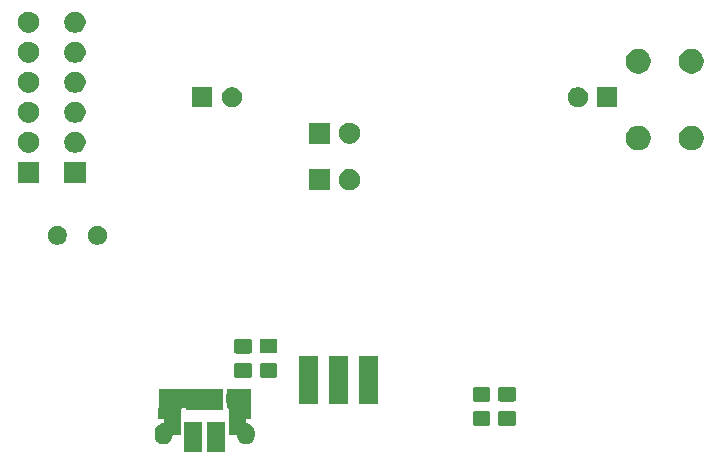
<source format=gts>
G04 #@! TF.GenerationSoftware,KiCad,Pcbnew,(5.1.5)-3*
G04 #@! TF.CreationDate,2020-08-17T10:15:17+02:00*
G04 #@! TF.ProjectId,Power_module_v1,506f7765-725f-46d6-9f64-756c655f7631,rev?*
G04 #@! TF.SameCoordinates,Original*
G04 #@! TF.FileFunction,Soldermask,Top*
G04 #@! TF.FilePolarity,Negative*
%FSLAX46Y46*%
G04 Gerber Fmt 4.6, Leading zero omitted, Abs format (unit mm)*
G04 Created by KiCad (PCBNEW (5.1.5)-3) date 2020-08-17 10:15:17*
%MOMM*%
%LPD*%
G04 APERTURE LIST*
%ADD10C,0.100000*%
G04 APERTURE END LIST*
D10*
G36*
X112914900Y-108047740D02*
G01*
X111382900Y-108047740D01*
X111382900Y-105445740D01*
X112914900Y-105445740D01*
X112914900Y-108047740D01*
G37*
G36*
X110994900Y-108047740D02*
G01*
X109462900Y-108047740D01*
X109462900Y-105445740D01*
X110994900Y-105445740D01*
X110994900Y-108047740D01*
G37*
G36*
X108886717Y-102684436D02*
G01*
X108906234Y-102690357D01*
X108930267Y-102695138D01*
X108942520Y-102695740D01*
X109440659Y-102695740D01*
X109445453Y-102699674D01*
X109467064Y-102711225D01*
X109490513Y-102718338D01*
X109514899Y-102720740D01*
X112739900Y-102720740D01*
X112739900Y-104472740D01*
X109637900Y-104472740D01*
X109637900Y-104422739D01*
X109635498Y-104398353D01*
X109628385Y-104374904D01*
X109616834Y-104353293D01*
X109601289Y-104334351D01*
X109582347Y-104318806D01*
X109560736Y-104307255D01*
X109537287Y-104300142D01*
X109512901Y-104297740D01*
X109327399Y-104297740D01*
X109303013Y-104300142D01*
X109279564Y-104307255D01*
X109257953Y-104318806D01*
X109239011Y-104334351D01*
X109223466Y-104353293D01*
X109211915Y-104374904D01*
X109204802Y-104398353D01*
X109202400Y-104422739D01*
X109202400Y-105259965D01*
X109194415Y-105274904D01*
X109187302Y-105298353D01*
X109184900Y-105322739D01*
X109184900Y-106597740D01*
X108537023Y-106597740D01*
X108512637Y-106600142D01*
X108489188Y-106607255D01*
X108467577Y-106618806D01*
X108448635Y-106634351D01*
X108433090Y-106653293D01*
X108421539Y-106674904D01*
X108412626Y-106710487D01*
X108404395Y-106794060D01*
X108373683Y-106895304D01*
X108362880Y-106930916D01*
X108295468Y-107057034D01*
X108204743Y-107167583D01*
X108094194Y-107258308D01*
X107968075Y-107325720D01*
X107968072Y-107325721D01*
X107831221Y-107367235D01*
X107688900Y-107381252D01*
X107546580Y-107367235D01*
X107409729Y-107325721D01*
X107409726Y-107325720D01*
X107283607Y-107258308D01*
X107173058Y-107167583D01*
X107082332Y-107057034D01*
X107014920Y-106930915D01*
X107014919Y-106930912D01*
X106973405Y-106794061D01*
X106962900Y-106687399D01*
X106962900Y-106266082D01*
X106973405Y-106159420D01*
X107014919Y-106022569D01*
X107014920Y-106022566D01*
X107082332Y-105896447D01*
X107173058Y-105785897D01*
X107283606Y-105695172D01*
X107409725Y-105627760D01*
X107409728Y-105627759D01*
X107546579Y-105586245D01*
X107620155Y-105578999D01*
X107644186Y-105574219D01*
X107666825Y-105564841D01*
X107687199Y-105551228D01*
X107704526Y-105533901D01*
X107718140Y-105513526D01*
X107727518Y-105490887D01*
X107732298Y-105466854D01*
X107732900Y-105454602D01*
X107732900Y-105322739D01*
X107730498Y-105298353D01*
X107723385Y-105274904D01*
X107711834Y-105253293D01*
X107696289Y-105234351D01*
X107677347Y-105218806D01*
X107655736Y-105207255D01*
X107632287Y-105200142D01*
X107607901Y-105197740D01*
X107275400Y-105197740D01*
X107275400Y-104324161D01*
X107278385Y-104318576D01*
X107285498Y-104295127D01*
X107287900Y-104270741D01*
X107287900Y-102695740D01*
X108595279Y-102695740D01*
X108619665Y-102693338D01*
X108631565Y-102690357D01*
X108651082Y-102684436D01*
X108768900Y-102672833D01*
X108886717Y-102684436D01*
G37*
G36*
X113632307Y-102675138D02*
G01*
X113644559Y-102675740D01*
X115139900Y-102675740D01*
X115139900Y-104270741D01*
X115142302Y-104295127D01*
X115149415Y-104318576D01*
X115152400Y-104324161D01*
X115152400Y-105197740D01*
X114789899Y-105197740D01*
X114765513Y-105200142D01*
X114742064Y-105207255D01*
X114720453Y-105218806D01*
X114701511Y-105234351D01*
X114685966Y-105253293D01*
X114674415Y-105274904D01*
X114667302Y-105298353D01*
X114664900Y-105322739D01*
X114664900Y-105456572D01*
X114667302Y-105480958D01*
X114674415Y-105504407D01*
X114685966Y-105526018D01*
X114701511Y-105544960D01*
X114720453Y-105560505D01*
X114742064Y-105572056D01*
X114765513Y-105579169D01*
X114777640Y-105580968D01*
X114831220Y-105586245D01*
X114968071Y-105627759D01*
X114968074Y-105627760D01*
X115094193Y-105695172D01*
X115094195Y-105695173D01*
X115094194Y-105695173D01*
X115202554Y-105784101D01*
X115204743Y-105785898D01*
X115295468Y-105896446D01*
X115362880Y-106022565D01*
X115362880Y-106022566D01*
X115362881Y-106022568D01*
X115404395Y-106159419D01*
X115414900Y-106266081D01*
X115414900Y-106687398D01*
X115404395Y-106794060D01*
X115373683Y-106895304D01*
X115362880Y-106930916D01*
X115295468Y-107057034D01*
X115204743Y-107167583D01*
X115094194Y-107258308D01*
X114968075Y-107325720D01*
X114968072Y-107325721D01*
X114831221Y-107367235D01*
X114688900Y-107381252D01*
X114546580Y-107367235D01*
X114409729Y-107325721D01*
X114409726Y-107325720D01*
X114283607Y-107258308D01*
X114173058Y-107167583D01*
X114082332Y-107057034D01*
X114014920Y-106930915D01*
X114014919Y-106930912D01*
X113973405Y-106794061D01*
X113965174Y-106710486D01*
X113960394Y-106686454D01*
X113951016Y-106663815D01*
X113937403Y-106643441D01*
X113920076Y-106626113D01*
X113899701Y-106612500D01*
X113877062Y-106603122D01*
X113853029Y-106598342D01*
X113840777Y-106597740D01*
X113212900Y-106597740D01*
X113212900Y-104402739D01*
X113210498Y-104378353D01*
X113203385Y-104354904D01*
X113191834Y-104333293D01*
X113176289Y-104314351D01*
X113157347Y-104298806D01*
X113135736Y-104287255D01*
X113112287Y-104280142D01*
X113087901Y-104277740D01*
X113037900Y-104277740D01*
X113037900Y-103883326D01*
X113035498Y-103858940D01*
X113032517Y-103847040D01*
X113016596Y-103794558D01*
X113007900Y-103706259D01*
X113007900Y-103247222D01*
X113016596Y-103158923D01*
X113032517Y-103106441D01*
X113037298Y-103082408D01*
X113037900Y-103070155D01*
X113037900Y-102675740D01*
X113573241Y-102675740D01*
X113585493Y-102675138D01*
X113608900Y-102672833D01*
X113632307Y-102675138D01*
G37*
G36*
X137367674Y-104552465D02*
G01*
X137405367Y-104563899D01*
X137440103Y-104582466D01*
X137470548Y-104607452D01*
X137495534Y-104637897D01*
X137514101Y-104672633D01*
X137525535Y-104710326D01*
X137530000Y-104755661D01*
X137530000Y-105592339D01*
X137525535Y-105637674D01*
X137514101Y-105675367D01*
X137495534Y-105710103D01*
X137470548Y-105740548D01*
X137440103Y-105765534D01*
X137405367Y-105784101D01*
X137367674Y-105795535D01*
X137322339Y-105800000D01*
X136235661Y-105800000D01*
X136190326Y-105795535D01*
X136152633Y-105784101D01*
X136117897Y-105765534D01*
X136087452Y-105740548D01*
X136062466Y-105710103D01*
X136043899Y-105675367D01*
X136032465Y-105637674D01*
X136028000Y-105592339D01*
X136028000Y-104755661D01*
X136032465Y-104710326D01*
X136043899Y-104672633D01*
X136062466Y-104637897D01*
X136087452Y-104607452D01*
X136117897Y-104582466D01*
X136152633Y-104563899D01*
X136190326Y-104552465D01*
X136235661Y-104548000D01*
X137322339Y-104548000D01*
X137367674Y-104552465D01*
G37*
G36*
X135208674Y-104552465D02*
G01*
X135246367Y-104563899D01*
X135281103Y-104582466D01*
X135311548Y-104607452D01*
X135336534Y-104637897D01*
X135355101Y-104672633D01*
X135366535Y-104710326D01*
X135371000Y-104755661D01*
X135371000Y-105592339D01*
X135366535Y-105637674D01*
X135355101Y-105675367D01*
X135336534Y-105710103D01*
X135311548Y-105740548D01*
X135281103Y-105765534D01*
X135246367Y-105784101D01*
X135208674Y-105795535D01*
X135163339Y-105800000D01*
X134076661Y-105800000D01*
X134031326Y-105795535D01*
X133993633Y-105784101D01*
X133958897Y-105765534D01*
X133928452Y-105740548D01*
X133903466Y-105710103D01*
X133884899Y-105675367D01*
X133873465Y-105637674D01*
X133869000Y-105592339D01*
X133869000Y-104755661D01*
X133873465Y-104710326D01*
X133884899Y-104672633D01*
X133903466Y-104637897D01*
X133928452Y-104607452D01*
X133958897Y-104582466D01*
X133993633Y-104563899D01*
X134031326Y-104552465D01*
X134076661Y-104548000D01*
X135163339Y-104548000D01*
X135208674Y-104552465D01*
G37*
G36*
X125862280Y-103963420D02*
G01*
X124236280Y-103963420D01*
X124236280Y-99861420D01*
X125862280Y-99861420D01*
X125862280Y-103963420D01*
G37*
G36*
X120782280Y-103963420D02*
G01*
X119156280Y-103963420D01*
X119156280Y-99861420D01*
X120782280Y-99861420D01*
X120782280Y-103963420D01*
G37*
G36*
X123322280Y-103963420D02*
G01*
X121696280Y-103963420D01*
X121696280Y-99861420D01*
X123322280Y-99861420D01*
X123322280Y-103963420D01*
G37*
G36*
X135208674Y-102502465D02*
G01*
X135246367Y-102513899D01*
X135281103Y-102532466D01*
X135311548Y-102557452D01*
X135336534Y-102587897D01*
X135355101Y-102622633D01*
X135366535Y-102660326D01*
X135371000Y-102705661D01*
X135371000Y-103542339D01*
X135366535Y-103587674D01*
X135355101Y-103625367D01*
X135336534Y-103660103D01*
X135311548Y-103690548D01*
X135281103Y-103715534D01*
X135246367Y-103734101D01*
X135208674Y-103745535D01*
X135163339Y-103750000D01*
X134076661Y-103750000D01*
X134031326Y-103745535D01*
X133993633Y-103734101D01*
X133958897Y-103715534D01*
X133928452Y-103690548D01*
X133903466Y-103660103D01*
X133884899Y-103625367D01*
X133873465Y-103587674D01*
X133869000Y-103542339D01*
X133869000Y-102705661D01*
X133873465Y-102660326D01*
X133884899Y-102622633D01*
X133903466Y-102587897D01*
X133928452Y-102557452D01*
X133958897Y-102532466D01*
X133993633Y-102513899D01*
X134031326Y-102502465D01*
X134076661Y-102498000D01*
X135163339Y-102498000D01*
X135208674Y-102502465D01*
G37*
G36*
X137367674Y-102502465D02*
G01*
X137405367Y-102513899D01*
X137440103Y-102532466D01*
X137470548Y-102557452D01*
X137495534Y-102587897D01*
X137514101Y-102622633D01*
X137525535Y-102660326D01*
X137530000Y-102705661D01*
X137530000Y-103542339D01*
X137525535Y-103587674D01*
X137514101Y-103625367D01*
X137495534Y-103660103D01*
X137470548Y-103690548D01*
X137440103Y-103715534D01*
X137405367Y-103734101D01*
X137367674Y-103745535D01*
X137322339Y-103750000D01*
X136235661Y-103750000D01*
X136190326Y-103745535D01*
X136152633Y-103734101D01*
X136117897Y-103715534D01*
X136087452Y-103690548D01*
X136062466Y-103660103D01*
X136043899Y-103625367D01*
X136032465Y-103587674D01*
X136028000Y-103542339D01*
X136028000Y-102705661D01*
X136032465Y-102660326D01*
X136043899Y-102622633D01*
X136062466Y-102587897D01*
X136087452Y-102557452D01*
X136117897Y-102532466D01*
X136152633Y-102513899D01*
X136190326Y-102502465D01*
X136235661Y-102498000D01*
X137322339Y-102498000D01*
X137367674Y-102502465D01*
G37*
G36*
X115015674Y-100488465D02*
G01*
X115053367Y-100499899D01*
X115088103Y-100518466D01*
X115118548Y-100543452D01*
X115143534Y-100573897D01*
X115162101Y-100608633D01*
X115173535Y-100646326D01*
X115178000Y-100691661D01*
X115178000Y-101528339D01*
X115173535Y-101573674D01*
X115162101Y-101611367D01*
X115143534Y-101646103D01*
X115118548Y-101676548D01*
X115088103Y-101701534D01*
X115053367Y-101720101D01*
X115015674Y-101731535D01*
X114970339Y-101736000D01*
X113883661Y-101736000D01*
X113838326Y-101731535D01*
X113800633Y-101720101D01*
X113765897Y-101701534D01*
X113735452Y-101676548D01*
X113710466Y-101646103D01*
X113691899Y-101611367D01*
X113680465Y-101573674D01*
X113676000Y-101528339D01*
X113676000Y-100691661D01*
X113680465Y-100646326D01*
X113691899Y-100608633D01*
X113710466Y-100573897D01*
X113735452Y-100543452D01*
X113765897Y-100518466D01*
X113800633Y-100499899D01*
X113838326Y-100488465D01*
X113883661Y-100484000D01*
X114970339Y-100484000D01*
X115015674Y-100488465D01*
G37*
G36*
X117174674Y-100479465D02*
G01*
X117212367Y-100490899D01*
X117247103Y-100509466D01*
X117277548Y-100534452D01*
X117302534Y-100564897D01*
X117321101Y-100599633D01*
X117332535Y-100637326D01*
X117337000Y-100682661D01*
X117337000Y-101519339D01*
X117332535Y-101564674D01*
X117321101Y-101602367D01*
X117302534Y-101637103D01*
X117277548Y-101667548D01*
X117247103Y-101692534D01*
X117212367Y-101711101D01*
X117174674Y-101722535D01*
X117129339Y-101727000D01*
X116042661Y-101727000D01*
X115997326Y-101722535D01*
X115959633Y-101711101D01*
X115924897Y-101692534D01*
X115894452Y-101667548D01*
X115869466Y-101637103D01*
X115850899Y-101602367D01*
X115839465Y-101564674D01*
X115835000Y-101519339D01*
X115835000Y-100682661D01*
X115839465Y-100637326D01*
X115850899Y-100599633D01*
X115869466Y-100564897D01*
X115894452Y-100534452D01*
X115924897Y-100509466D01*
X115959633Y-100490899D01*
X115997326Y-100479465D01*
X116042661Y-100475000D01*
X117129339Y-100475000D01*
X117174674Y-100479465D01*
G37*
G36*
X115015674Y-98438465D02*
G01*
X115053367Y-98449899D01*
X115088103Y-98468466D01*
X115118548Y-98493452D01*
X115143534Y-98523897D01*
X115162101Y-98558633D01*
X115173535Y-98596326D01*
X115178000Y-98641661D01*
X115178000Y-99478339D01*
X115173535Y-99523674D01*
X115162101Y-99561367D01*
X115143534Y-99596103D01*
X115118548Y-99626548D01*
X115088103Y-99651534D01*
X115053367Y-99670101D01*
X115015674Y-99681535D01*
X114970339Y-99686000D01*
X113883661Y-99686000D01*
X113838326Y-99681535D01*
X113800633Y-99670101D01*
X113765897Y-99651534D01*
X113735452Y-99626548D01*
X113710466Y-99596103D01*
X113691899Y-99561367D01*
X113680465Y-99523674D01*
X113676000Y-99478339D01*
X113676000Y-98641661D01*
X113680465Y-98596326D01*
X113691899Y-98558633D01*
X113710466Y-98523897D01*
X113735452Y-98493452D01*
X113765897Y-98468466D01*
X113800633Y-98449899D01*
X113838326Y-98438465D01*
X113883661Y-98434000D01*
X114970339Y-98434000D01*
X115015674Y-98438465D01*
G37*
G36*
X117174674Y-98429465D02*
G01*
X117212367Y-98440899D01*
X117247103Y-98459466D01*
X117277548Y-98484452D01*
X117302534Y-98514897D01*
X117321101Y-98549633D01*
X117332535Y-98587326D01*
X117337000Y-98632661D01*
X117337000Y-99469339D01*
X117332535Y-99514674D01*
X117321101Y-99552367D01*
X117302534Y-99587103D01*
X117277548Y-99617548D01*
X117247103Y-99642534D01*
X117212367Y-99661101D01*
X117174674Y-99672535D01*
X117129339Y-99677000D01*
X116042661Y-99677000D01*
X115997326Y-99672535D01*
X115959633Y-99661101D01*
X115924897Y-99642534D01*
X115894452Y-99617548D01*
X115869466Y-99587103D01*
X115850899Y-99552367D01*
X115839465Y-99514674D01*
X115835000Y-99469339D01*
X115835000Y-98632661D01*
X115839465Y-98587326D01*
X115850899Y-98549633D01*
X115869466Y-98514897D01*
X115894452Y-98484452D01*
X115924897Y-98459466D01*
X115959633Y-98440899D01*
X115997326Y-98429465D01*
X116042661Y-98425000D01*
X117129339Y-98425000D01*
X117174674Y-98429465D01*
G37*
G36*
X98941642Y-88891781D02*
G01*
X99087414Y-88952162D01*
X99087416Y-88952163D01*
X99218608Y-89039822D01*
X99330178Y-89151392D01*
X99417837Y-89282584D01*
X99417838Y-89282586D01*
X99478219Y-89428358D01*
X99509000Y-89583107D01*
X99509000Y-89740893D01*
X99478219Y-89895642D01*
X99417838Y-90041414D01*
X99417837Y-90041416D01*
X99330178Y-90172608D01*
X99218608Y-90284178D01*
X99087416Y-90371837D01*
X99087415Y-90371838D01*
X99087414Y-90371838D01*
X98941642Y-90432219D01*
X98786893Y-90463000D01*
X98629107Y-90463000D01*
X98474358Y-90432219D01*
X98328586Y-90371838D01*
X98328585Y-90371838D01*
X98328584Y-90371837D01*
X98197392Y-90284178D01*
X98085822Y-90172608D01*
X97998163Y-90041416D01*
X97998162Y-90041414D01*
X97937781Y-89895642D01*
X97907000Y-89740893D01*
X97907000Y-89583107D01*
X97937781Y-89428358D01*
X97998162Y-89282586D01*
X97998163Y-89282584D01*
X98085822Y-89151392D01*
X98197392Y-89039822D01*
X98328584Y-88952163D01*
X98328586Y-88952162D01*
X98474358Y-88891781D01*
X98629107Y-88861000D01*
X98786893Y-88861000D01*
X98941642Y-88891781D01*
G37*
G36*
X102341642Y-88891781D02*
G01*
X102487414Y-88952162D01*
X102487416Y-88952163D01*
X102618608Y-89039822D01*
X102730178Y-89151392D01*
X102817837Y-89282584D01*
X102817838Y-89282586D01*
X102878219Y-89428358D01*
X102909000Y-89583107D01*
X102909000Y-89740893D01*
X102878219Y-89895642D01*
X102817838Y-90041414D01*
X102817837Y-90041416D01*
X102730178Y-90172608D01*
X102618608Y-90284178D01*
X102487416Y-90371837D01*
X102487415Y-90371838D01*
X102487414Y-90371838D01*
X102341642Y-90432219D01*
X102186893Y-90463000D01*
X102029107Y-90463000D01*
X101874358Y-90432219D01*
X101728586Y-90371838D01*
X101728585Y-90371838D01*
X101728584Y-90371837D01*
X101597392Y-90284178D01*
X101485822Y-90172608D01*
X101398163Y-90041416D01*
X101398162Y-90041414D01*
X101337781Y-89895642D01*
X101307000Y-89740893D01*
X101307000Y-89583107D01*
X101337781Y-89428358D01*
X101398162Y-89282586D01*
X101398163Y-89282584D01*
X101485822Y-89151392D01*
X101597392Y-89039822D01*
X101728584Y-88952163D01*
X101728586Y-88952162D01*
X101874358Y-88891781D01*
X102029107Y-88861000D01*
X102186893Y-88861000D01*
X102341642Y-88891781D01*
G37*
G36*
X121805000Y-85864000D02*
G01*
X120003000Y-85864000D01*
X120003000Y-84062000D01*
X121805000Y-84062000D01*
X121805000Y-85864000D01*
G37*
G36*
X123557512Y-84066927D02*
G01*
X123706812Y-84096624D01*
X123870784Y-84164544D01*
X124018354Y-84263147D01*
X124143853Y-84388646D01*
X124242456Y-84536216D01*
X124310376Y-84700188D01*
X124345000Y-84874259D01*
X124345000Y-85051741D01*
X124310376Y-85225812D01*
X124242456Y-85389784D01*
X124143853Y-85537354D01*
X124018354Y-85662853D01*
X123870784Y-85761456D01*
X123706812Y-85829376D01*
X123557512Y-85859073D01*
X123532742Y-85864000D01*
X123355258Y-85864000D01*
X123330488Y-85859073D01*
X123181188Y-85829376D01*
X123017216Y-85761456D01*
X122869646Y-85662853D01*
X122744147Y-85537354D01*
X122645544Y-85389784D01*
X122577624Y-85225812D01*
X122543000Y-85051741D01*
X122543000Y-84874259D01*
X122577624Y-84700188D01*
X122645544Y-84536216D01*
X122744147Y-84388646D01*
X122869646Y-84263147D01*
X123017216Y-84164544D01*
X123181188Y-84096624D01*
X123330488Y-84066927D01*
X123355258Y-84062000D01*
X123532742Y-84062000D01*
X123557512Y-84066927D01*
G37*
G36*
X97167000Y-85229000D02*
G01*
X95365000Y-85229000D01*
X95365000Y-83427000D01*
X97167000Y-83427000D01*
X97167000Y-85229000D01*
G37*
G36*
X101104000Y-85229000D02*
G01*
X99302000Y-85229000D01*
X99302000Y-83427000D01*
X101104000Y-83427000D01*
X101104000Y-85229000D01*
G37*
G36*
X100316512Y-80891927D02*
G01*
X100465812Y-80921624D01*
X100629784Y-80989544D01*
X100777354Y-81088147D01*
X100902853Y-81213646D01*
X101001456Y-81361216D01*
X101069376Y-81525188D01*
X101104000Y-81699259D01*
X101104000Y-81876741D01*
X101069376Y-82050812D01*
X101001456Y-82214784D01*
X100902853Y-82362354D01*
X100777354Y-82487853D01*
X100629784Y-82586456D01*
X100465812Y-82654376D01*
X100316512Y-82684073D01*
X100291742Y-82689000D01*
X100114258Y-82689000D01*
X100089488Y-82684073D01*
X99940188Y-82654376D01*
X99776216Y-82586456D01*
X99628646Y-82487853D01*
X99503147Y-82362354D01*
X99404544Y-82214784D01*
X99336624Y-82050812D01*
X99302000Y-81876741D01*
X99302000Y-81699259D01*
X99336624Y-81525188D01*
X99404544Y-81361216D01*
X99503147Y-81213646D01*
X99628646Y-81088147D01*
X99776216Y-80989544D01*
X99940188Y-80921624D01*
X100089488Y-80891927D01*
X100114258Y-80887000D01*
X100291742Y-80887000D01*
X100316512Y-80891927D01*
G37*
G36*
X96379512Y-80891927D02*
G01*
X96528812Y-80921624D01*
X96692784Y-80989544D01*
X96840354Y-81088147D01*
X96965853Y-81213646D01*
X97064456Y-81361216D01*
X97132376Y-81525188D01*
X97167000Y-81699259D01*
X97167000Y-81876741D01*
X97132376Y-82050812D01*
X97064456Y-82214784D01*
X96965853Y-82362354D01*
X96840354Y-82487853D01*
X96692784Y-82586456D01*
X96528812Y-82654376D01*
X96379512Y-82684073D01*
X96354742Y-82689000D01*
X96177258Y-82689000D01*
X96152488Y-82684073D01*
X96003188Y-82654376D01*
X95839216Y-82586456D01*
X95691646Y-82487853D01*
X95566147Y-82362354D01*
X95467544Y-82214784D01*
X95399624Y-82050812D01*
X95365000Y-81876741D01*
X95365000Y-81699259D01*
X95399624Y-81525188D01*
X95467544Y-81361216D01*
X95566147Y-81213646D01*
X95691646Y-81088147D01*
X95839216Y-80989544D01*
X96003188Y-80921624D01*
X96152488Y-80891927D01*
X96177258Y-80887000D01*
X96354742Y-80887000D01*
X96379512Y-80891927D01*
G37*
G36*
X152706564Y-80419389D02*
G01*
X152897833Y-80498615D01*
X152897835Y-80498616D01*
X153069973Y-80613635D01*
X153216365Y-80760027D01*
X153324341Y-80921624D01*
X153331385Y-80932167D01*
X153410611Y-81123436D01*
X153451000Y-81326484D01*
X153451000Y-81533516D01*
X153410611Y-81736564D01*
X153331730Y-81927000D01*
X153331384Y-81927835D01*
X153216365Y-82099973D01*
X153069973Y-82246365D01*
X152897835Y-82361384D01*
X152897834Y-82361385D01*
X152897833Y-82361385D01*
X152706564Y-82440611D01*
X152503516Y-82481000D01*
X152296484Y-82481000D01*
X152093436Y-82440611D01*
X151902167Y-82361385D01*
X151902166Y-82361385D01*
X151902165Y-82361384D01*
X151730027Y-82246365D01*
X151583635Y-82099973D01*
X151468616Y-81927835D01*
X151468270Y-81927000D01*
X151389389Y-81736564D01*
X151349000Y-81533516D01*
X151349000Y-81326484D01*
X151389389Y-81123436D01*
X151468615Y-80932167D01*
X151475660Y-80921624D01*
X151583635Y-80760027D01*
X151730027Y-80613635D01*
X151902165Y-80498616D01*
X151902167Y-80498615D01*
X152093436Y-80419389D01*
X152296484Y-80379000D01*
X152503516Y-80379000D01*
X152706564Y-80419389D01*
G37*
G36*
X148206564Y-80419389D02*
G01*
X148397833Y-80498615D01*
X148397835Y-80498616D01*
X148569973Y-80613635D01*
X148716365Y-80760027D01*
X148824341Y-80921624D01*
X148831385Y-80932167D01*
X148910611Y-81123436D01*
X148951000Y-81326484D01*
X148951000Y-81533516D01*
X148910611Y-81736564D01*
X148831730Y-81927000D01*
X148831384Y-81927835D01*
X148716365Y-82099973D01*
X148569973Y-82246365D01*
X148397835Y-82361384D01*
X148397834Y-82361385D01*
X148397833Y-82361385D01*
X148206564Y-82440611D01*
X148003516Y-82481000D01*
X147796484Y-82481000D01*
X147593436Y-82440611D01*
X147402167Y-82361385D01*
X147402166Y-82361385D01*
X147402165Y-82361384D01*
X147230027Y-82246365D01*
X147083635Y-82099973D01*
X146968616Y-81927835D01*
X146968270Y-81927000D01*
X146889389Y-81736564D01*
X146849000Y-81533516D01*
X146849000Y-81326484D01*
X146889389Y-81123436D01*
X146968615Y-80932167D01*
X146975660Y-80921624D01*
X147083635Y-80760027D01*
X147230027Y-80613635D01*
X147402165Y-80498616D01*
X147402167Y-80498615D01*
X147593436Y-80419389D01*
X147796484Y-80379000D01*
X148003516Y-80379000D01*
X148206564Y-80419389D01*
G37*
G36*
X123557512Y-80129927D02*
G01*
X123706812Y-80159624D01*
X123870784Y-80227544D01*
X124018354Y-80326147D01*
X124143853Y-80451646D01*
X124242456Y-80599216D01*
X124310376Y-80763188D01*
X124345000Y-80937259D01*
X124345000Y-81114741D01*
X124310376Y-81288812D01*
X124242456Y-81452784D01*
X124143853Y-81600354D01*
X124018354Y-81725853D01*
X123870784Y-81824456D01*
X123706812Y-81892376D01*
X123557512Y-81922073D01*
X123532742Y-81927000D01*
X123355258Y-81927000D01*
X123330488Y-81922073D01*
X123181188Y-81892376D01*
X123017216Y-81824456D01*
X122869646Y-81725853D01*
X122744147Y-81600354D01*
X122645544Y-81452784D01*
X122577624Y-81288812D01*
X122543000Y-81114741D01*
X122543000Y-80937259D01*
X122577624Y-80763188D01*
X122645544Y-80599216D01*
X122744147Y-80451646D01*
X122869646Y-80326147D01*
X123017216Y-80227544D01*
X123181188Y-80159624D01*
X123330488Y-80129927D01*
X123355258Y-80125000D01*
X123532742Y-80125000D01*
X123557512Y-80129927D01*
G37*
G36*
X121805000Y-81927000D02*
G01*
X120003000Y-81927000D01*
X120003000Y-80125000D01*
X121805000Y-80125000D01*
X121805000Y-81927000D01*
G37*
G36*
X100316512Y-78351927D02*
G01*
X100465812Y-78381624D01*
X100629784Y-78449544D01*
X100777354Y-78548147D01*
X100902853Y-78673646D01*
X101001456Y-78821216D01*
X101069376Y-78985188D01*
X101104000Y-79159259D01*
X101104000Y-79336741D01*
X101069376Y-79510812D01*
X101001456Y-79674784D01*
X100902853Y-79822354D01*
X100777354Y-79947853D01*
X100629784Y-80046456D01*
X100465812Y-80114376D01*
X100316512Y-80144073D01*
X100291742Y-80149000D01*
X100114258Y-80149000D01*
X100089488Y-80144073D01*
X99940188Y-80114376D01*
X99776216Y-80046456D01*
X99628646Y-79947853D01*
X99503147Y-79822354D01*
X99404544Y-79674784D01*
X99336624Y-79510812D01*
X99302000Y-79336741D01*
X99302000Y-79159259D01*
X99336624Y-78985188D01*
X99404544Y-78821216D01*
X99503147Y-78673646D01*
X99628646Y-78548147D01*
X99776216Y-78449544D01*
X99940188Y-78381624D01*
X100089488Y-78351927D01*
X100114258Y-78347000D01*
X100291742Y-78347000D01*
X100316512Y-78351927D01*
G37*
G36*
X96379512Y-78351927D02*
G01*
X96528812Y-78381624D01*
X96692784Y-78449544D01*
X96840354Y-78548147D01*
X96965853Y-78673646D01*
X97064456Y-78821216D01*
X97132376Y-78985188D01*
X97167000Y-79159259D01*
X97167000Y-79336741D01*
X97132376Y-79510812D01*
X97064456Y-79674784D01*
X96965853Y-79822354D01*
X96840354Y-79947853D01*
X96692784Y-80046456D01*
X96528812Y-80114376D01*
X96379512Y-80144073D01*
X96354742Y-80149000D01*
X96177258Y-80149000D01*
X96152488Y-80144073D01*
X96003188Y-80114376D01*
X95839216Y-80046456D01*
X95691646Y-79947853D01*
X95566147Y-79822354D01*
X95467544Y-79674784D01*
X95399624Y-79510812D01*
X95365000Y-79336741D01*
X95365000Y-79159259D01*
X95399624Y-78985188D01*
X95467544Y-78821216D01*
X95566147Y-78673646D01*
X95691646Y-78548147D01*
X95839216Y-78449544D01*
X96003188Y-78381624D01*
X96152488Y-78351927D01*
X96177258Y-78347000D01*
X96354742Y-78347000D01*
X96379512Y-78351927D01*
G37*
G36*
X111849000Y-78829000D02*
G01*
X110147000Y-78829000D01*
X110147000Y-77127000D01*
X111849000Y-77127000D01*
X111849000Y-78829000D01*
G37*
G36*
X146139000Y-78829000D02*
G01*
X144437000Y-78829000D01*
X144437000Y-77127000D01*
X146139000Y-77127000D01*
X146139000Y-78829000D01*
G37*
G36*
X143036228Y-77159703D02*
G01*
X143191100Y-77223853D01*
X143330481Y-77316985D01*
X143449015Y-77435519D01*
X143542147Y-77574900D01*
X143606297Y-77729772D01*
X143639000Y-77894184D01*
X143639000Y-78061816D01*
X143606297Y-78226228D01*
X143542147Y-78381100D01*
X143449015Y-78520481D01*
X143330481Y-78639015D01*
X143191100Y-78732147D01*
X143036228Y-78796297D01*
X142871816Y-78829000D01*
X142704184Y-78829000D01*
X142539772Y-78796297D01*
X142384900Y-78732147D01*
X142245519Y-78639015D01*
X142126985Y-78520481D01*
X142033853Y-78381100D01*
X141969703Y-78226228D01*
X141937000Y-78061816D01*
X141937000Y-77894184D01*
X141969703Y-77729772D01*
X142033853Y-77574900D01*
X142126985Y-77435519D01*
X142245519Y-77316985D01*
X142384900Y-77223853D01*
X142539772Y-77159703D01*
X142704184Y-77127000D01*
X142871816Y-77127000D01*
X143036228Y-77159703D01*
G37*
G36*
X113746228Y-77159703D02*
G01*
X113901100Y-77223853D01*
X114040481Y-77316985D01*
X114159015Y-77435519D01*
X114252147Y-77574900D01*
X114316297Y-77729772D01*
X114349000Y-77894184D01*
X114349000Y-78061816D01*
X114316297Y-78226228D01*
X114252147Y-78381100D01*
X114159015Y-78520481D01*
X114040481Y-78639015D01*
X113901100Y-78732147D01*
X113746228Y-78796297D01*
X113581816Y-78829000D01*
X113414184Y-78829000D01*
X113249772Y-78796297D01*
X113094900Y-78732147D01*
X112955519Y-78639015D01*
X112836985Y-78520481D01*
X112743853Y-78381100D01*
X112679703Y-78226228D01*
X112647000Y-78061816D01*
X112647000Y-77894184D01*
X112679703Y-77729772D01*
X112743853Y-77574900D01*
X112836985Y-77435519D01*
X112955519Y-77316985D01*
X113094900Y-77223853D01*
X113249772Y-77159703D01*
X113414184Y-77127000D01*
X113581816Y-77127000D01*
X113746228Y-77159703D01*
G37*
G36*
X100316512Y-75811927D02*
G01*
X100465812Y-75841624D01*
X100629784Y-75909544D01*
X100777354Y-76008147D01*
X100902853Y-76133646D01*
X101001456Y-76281216D01*
X101069376Y-76445188D01*
X101104000Y-76619259D01*
X101104000Y-76796741D01*
X101069376Y-76970812D01*
X101001456Y-77134784D01*
X100902853Y-77282354D01*
X100777354Y-77407853D01*
X100629784Y-77506456D01*
X100465812Y-77574376D01*
X100316512Y-77604073D01*
X100291742Y-77609000D01*
X100114258Y-77609000D01*
X100089488Y-77604073D01*
X99940188Y-77574376D01*
X99776216Y-77506456D01*
X99628646Y-77407853D01*
X99503147Y-77282354D01*
X99404544Y-77134784D01*
X99336624Y-76970812D01*
X99302000Y-76796741D01*
X99302000Y-76619259D01*
X99336624Y-76445188D01*
X99404544Y-76281216D01*
X99503147Y-76133646D01*
X99628646Y-76008147D01*
X99776216Y-75909544D01*
X99940188Y-75841624D01*
X100089488Y-75811927D01*
X100114258Y-75807000D01*
X100291742Y-75807000D01*
X100316512Y-75811927D01*
G37*
G36*
X96379512Y-75811927D02*
G01*
X96528812Y-75841624D01*
X96692784Y-75909544D01*
X96840354Y-76008147D01*
X96965853Y-76133646D01*
X97064456Y-76281216D01*
X97132376Y-76445188D01*
X97167000Y-76619259D01*
X97167000Y-76796741D01*
X97132376Y-76970812D01*
X97064456Y-77134784D01*
X96965853Y-77282354D01*
X96840354Y-77407853D01*
X96692784Y-77506456D01*
X96528812Y-77574376D01*
X96379512Y-77604073D01*
X96354742Y-77609000D01*
X96177258Y-77609000D01*
X96152488Y-77604073D01*
X96003188Y-77574376D01*
X95839216Y-77506456D01*
X95691646Y-77407853D01*
X95566147Y-77282354D01*
X95467544Y-77134784D01*
X95399624Y-76970812D01*
X95365000Y-76796741D01*
X95365000Y-76619259D01*
X95399624Y-76445188D01*
X95467544Y-76281216D01*
X95566147Y-76133646D01*
X95691646Y-76008147D01*
X95839216Y-75909544D01*
X96003188Y-75841624D01*
X96152488Y-75811927D01*
X96177258Y-75807000D01*
X96354742Y-75807000D01*
X96379512Y-75811927D01*
G37*
G36*
X152706564Y-73919389D02*
G01*
X152897833Y-73998615D01*
X152897835Y-73998616D01*
X153018524Y-74079258D01*
X153069973Y-74113635D01*
X153216365Y-74260027D01*
X153331385Y-74432167D01*
X153410611Y-74623436D01*
X153451000Y-74826484D01*
X153451000Y-75033516D01*
X153410611Y-75236564D01*
X153331385Y-75427833D01*
X153331384Y-75427835D01*
X153216365Y-75599973D01*
X153069973Y-75746365D01*
X152897835Y-75861384D01*
X152897834Y-75861385D01*
X152897833Y-75861385D01*
X152706564Y-75940611D01*
X152503516Y-75981000D01*
X152296484Y-75981000D01*
X152093436Y-75940611D01*
X151902167Y-75861385D01*
X151902166Y-75861385D01*
X151902165Y-75861384D01*
X151730027Y-75746365D01*
X151583635Y-75599973D01*
X151468616Y-75427835D01*
X151468615Y-75427833D01*
X151389389Y-75236564D01*
X151349000Y-75033516D01*
X151349000Y-74826484D01*
X151389389Y-74623436D01*
X151468615Y-74432167D01*
X151583635Y-74260027D01*
X151730027Y-74113635D01*
X151781476Y-74079258D01*
X151902165Y-73998616D01*
X151902167Y-73998615D01*
X152093436Y-73919389D01*
X152296484Y-73879000D01*
X152503516Y-73879000D01*
X152706564Y-73919389D01*
G37*
G36*
X148206564Y-73919389D02*
G01*
X148397833Y-73998615D01*
X148397835Y-73998616D01*
X148518524Y-74079258D01*
X148569973Y-74113635D01*
X148716365Y-74260027D01*
X148831385Y-74432167D01*
X148910611Y-74623436D01*
X148951000Y-74826484D01*
X148951000Y-75033516D01*
X148910611Y-75236564D01*
X148831385Y-75427833D01*
X148831384Y-75427835D01*
X148716365Y-75599973D01*
X148569973Y-75746365D01*
X148397835Y-75861384D01*
X148397834Y-75861385D01*
X148397833Y-75861385D01*
X148206564Y-75940611D01*
X148003516Y-75981000D01*
X147796484Y-75981000D01*
X147593436Y-75940611D01*
X147402167Y-75861385D01*
X147402166Y-75861385D01*
X147402165Y-75861384D01*
X147230027Y-75746365D01*
X147083635Y-75599973D01*
X146968616Y-75427835D01*
X146968615Y-75427833D01*
X146889389Y-75236564D01*
X146849000Y-75033516D01*
X146849000Y-74826484D01*
X146889389Y-74623436D01*
X146968615Y-74432167D01*
X147083635Y-74260027D01*
X147230027Y-74113635D01*
X147281476Y-74079258D01*
X147402165Y-73998616D01*
X147402167Y-73998615D01*
X147593436Y-73919389D01*
X147796484Y-73879000D01*
X148003516Y-73879000D01*
X148206564Y-73919389D01*
G37*
G36*
X100316512Y-73271927D02*
G01*
X100465812Y-73301624D01*
X100629784Y-73369544D01*
X100777354Y-73468147D01*
X100902853Y-73593646D01*
X101001456Y-73741216D01*
X101069376Y-73905188D01*
X101099073Y-74054488D01*
X101104000Y-74079258D01*
X101104000Y-74256742D01*
X101099073Y-74281512D01*
X101069376Y-74430812D01*
X101001456Y-74594784D01*
X100902853Y-74742354D01*
X100777354Y-74867853D01*
X100629784Y-74966456D01*
X100465812Y-75034376D01*
X100316512Y-75064073D01*
X100291742Y-75069000D01*
X100114258Y-75069000D01*
X100089488Y-75064073D01*
X99940188Y-75034376D01*
X99776216Y-74966456D01*
X99628646Y-74867853D01*
X99503147Y-74742354D01*
X99404544Y-74594784D01*
X99336624Y-74430812D01*
X99306927Y-74281512D01*
X99302000Y-74256742D01*
X99302000Y-74079258D01*
X99306927Y-74054488D01*
X99336624Y-73905188D01*
X99404544Y-73741216D01*
X99503147Y-73593646D01*
X99628646Y-73468147D01*
X99776216Y-73369544D01*
X99940188Y-73301624D01*
X100089488Y-73271927D01*
X100114258Y-73267000D01*
X100291742Y-73267000D01*
X100316512Y-73271927D01*
G37*
G36*
X96379512Y-73271927D02*
G01*
X96528812Y-73301624D01*
X96692784Y-73369544D01*
X96840354Y-73468147D01*
X96965853Y-73593646D01*
X97064456Y-73741216D01*
X97132376Y-73905188D01*
X97162073Y-74054488D01*
X97167000Y-74079258D01*
X97167000Y-74256742D01*
X97162073Y-74281512D01*
X97132376Y-74430812D01*
X97064456Y-74594784D01*
X96965853Y-74742354D01*
X96840354Y-74867853D01*
X96692784Y-74966456D01*
X96528812Y-75034376D01*
X96379512Y-75064073D01*
X96354742Y-75069000D01*
X96177258Y-75069000D01*
X96152488Y-75064073D01*
X96003188Y-75034376D01*
X95839216Y-74966456D01*
X95691646Y-74867853D01*
X95566147Y-74742354D01*
X95467544Y-74594784D01*
X95399624Y-74430812D01*
X95369927Y-74281512D01*
X95365000Y-74256742D01*
X95365000Y-74079258D01*
X95369927Y-74054488D01*
X95399624Y-73905188D01*
X95467544Y-73741216D01*
X95566147Y-73593646D01*
X95691646Y-73468147D01*
X95839216Y-73369544D01*
X96003188Y-73301624D01*
X96152488Y-73271927D01*
X96177258Y-73267000D01*
X96354742Y-73267000D01*
X96379512Y-73271927D01*
G37*
G36*
X100316512Y-70731927D02*
G01*
X100465812Y-70761624D01*
X100629784Y-70829544D01*
X100777354Y-70928147D01*
X100902853Y-71053646D01*
X101001456Y-71201216D01*
X101069376Y-71365188D01*
X101104000Y-71539259D01*
X101104000Y-71716741D01*
X101069376Y-71890812D01*
X101001456Y-72054784D01*
X100902853Y-72202354D01*
X100777354Y-72327853D01*
X100629784Y-72426456D01*
X100465812Y-72494376D01*
X100316512Y-72524073D01*
X100291742Y-72529000D01*
X100114258Y-72529000D01*
X100089488Y-72524073D01*
X99940188Y-72494376D01*
X99776216Y-72426456D01*
X99628646Y-72327853D01*
X99503147Y-72202354D01*
X99404544Y-72054784D01*
X99336624Y-71890812D01*
X99302000Y-71716741D01*
X99302000Y-71539259D01*
X99336624Y-71365188D01*
X99404544Y-71201216D01*
X99503147Y-71053646D01*
X99628646Y-70928147D01*
X99776216Y-70829544D01*
X99940188Y-70761624D01*
X100089488Y-70731927D01*
X100114258Y-70727000D01*
X100291742Y-70727000D01*
X100316512Y-70731927D01*
G37*
G36*
X96379512Y-70731927D02*
G01*
X96528812Y-70761624D01*
X96692784Y-70829544D01*
X96840354Y-70928147D01*
X96965853Y-71053646D01*
X97064456Y-71201216D01*
X97132376Y-71365188D01*
X97167000Y-71539259D01*
X97167000Y-71716741D01*
X97132376Y-71890812D01*
X97064456Y-72054784D01*
X96965853Y-72202354D01*
X96840354Y-72327853D01*
X96692784Y-72426456D01*
X96528812Y-72494376D01*
X96379512Y-72524073D01*
X96354742Y-72529000D01*
X96177258Y-72529000D01*
X96152488Y-72524073D01*
X96003188Y-72494376D01*
X95839216Y-72426456D01*
X95691646Y-72327853D01*
X95566147Y-72202354D01*
X95467544Y-72054784D01*
X95399624Y-71890812D01*
X95365000Y-71716741D01*
X95365000Y-71539259D01*
X95399624Y-71365188D01*
X95467544Y-71201216D01*
X95566147Y-71053646D01*
X95691646Y-70928147D01*
X95839216Y-70829544D01*
X96003188Y-70761624D01*
X96152488Y-70731927D01*
X96177258Y-70727000D01*
X96354742Y-70727000D01*
X96379512Y-70731927D01*
G37*
M02*

</source>
